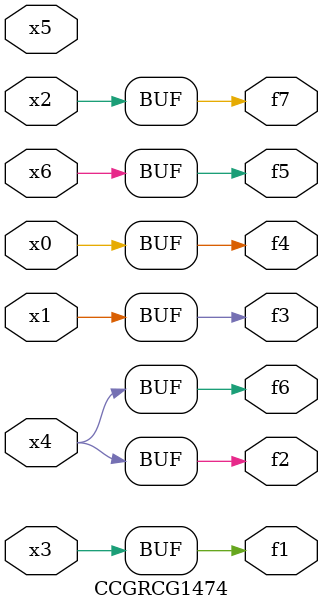
<source format=v>
module CCGRCG1474(
	input x0, x1, x2, x3, x4, x5, x6,
	output f1, f2, f3, f4, f5, f6, f7
);
	assign f1 = x3;
	assign f2 = x4;
	assign f3 = x1;
	assign f4 = x0;
	assign f5 = x6;
	assign f6 = x4;
	assign f7 = x2;
endmodule

</source>
